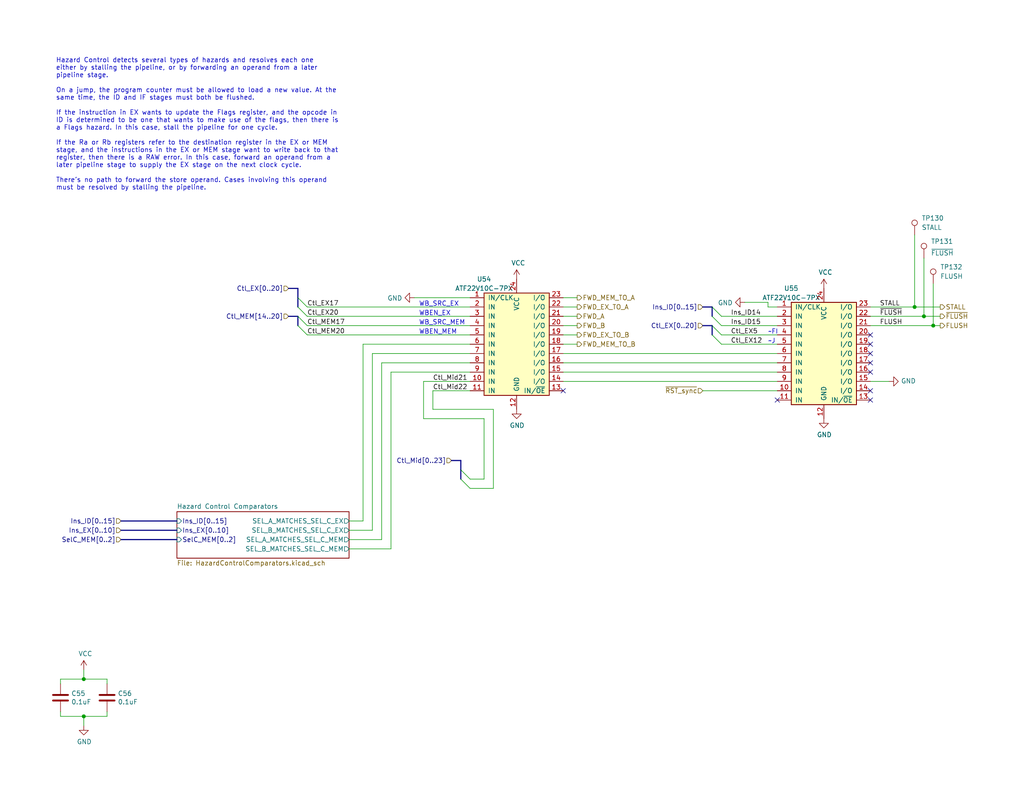
<source format=kicad_sch>
(kicad_sch (version 20250114) (generator "eeschema") (generator_version "9.0")
  (paper "USLetter")
  (title_block (title "Hazard Control") (date "2025-07-01") (rev "A") (comment 2 "control operand forwarding.") (comment 3 "This may stall the pipeline on a hazard. For RAW hazards, it produces signals to") (comment 4 "Control logic for dealing with pipeline hazards"))
  (lib_symbols
    (symbol "Connector:TestPoint" (pin_numbers (hide yes)) (pin_names (offset 0.762) (hide yes))
      (property "Reference" "TP" (at 0 6.858 0))
      (property "Value" "TestPoint" (at 0 5.08 0))
      (symbol "TestPoint_0_1"
        (circle (center 0 3.302) (radius 0.762))
      )
      (symbol "TestPoint_1_1"
        (pin passive line (at 0 0 90) (length 2.54) (name "1") (number "1"))
      )
    )
    (symbol "Device:C" (pin_numbers (hide yes)) (pin_names (offset 0.254))
      (property "Reference" "C" (at 0.635 2.54 0))
      (property "Value" "C" (at 0.635 -2.54 0))
      (symbol "C_0_1"
        (polyline (pts (xy -2.032 0.762) (xy 2.032 0.762)) (stroke (width 0.508)))
        (polyline (pts (xy -2.032 -0.762) (xy 2.032 -0.762)) (stroke (width 0.508)))
      )
      (symbol "C_1_1"
        (pin passive line (at 0 3.81 270) (length 2.794) (name "~") (number "1"))
        (pin passive line (at 0 -3.81 90) (length 2.794) (name "~") (number "2"))
      )
    )
    (symbol "Turtle16:ATF22V10C" (pin_names (offset 1.016))
      (symbol "ATF22V10C_1_1"
        (rectangle (start -8.89 -15.24) (end 8.89 12.7) (stroke (width 0.254)) (fill (type background)))
        (pin input line (at -12.7 11.43 0) (length 3.81) (name "IN/CLK") (number "1"))
        (pin input line (at -12.7 8.89 0) (length 3.81) (name "IN") (number "2"))
        (pin input line (at -12.7 6.35 0) (length 3.81) (name "IN") (number "3"))
        (pin input line (at -12.7 3.81 0) (length 3.81) (name "IN") (number "4"))
        (pin input line (at -12.7 1.27 0) (length 3.81) (name "IN") (number "5"))
        (pin input line (at -12.7 -1.27 0) (length 3.81) (name "IN") (number "6"))
        (pin input line (at -12.7 -3.81 0) (length 3.81) (name "IN") (number "7"))
        (pin input line (at -12.7 -6.35 0) (length 3.81) (name "IN") (number "8"))
        (pin input line (at -12.7 -8.89 0) (length 3.81) (name "IN") (number "9"))
        (pin input line (at -12.7 -11.43 0) (length 3.81) (name "IN") (number "10"))
        (pin input line (at -12.7 -13.97 0) (length 3.81) (name "IN") (number "11"))
        (pin power_in line (at 0 16.51 270) (length 3.81) (name "VCC") (number "24"))
        (pin power_in line (at 0 -19.05 90) (length 3.81) (name "GND") (number "12"))
        (pin passive line (at 12.7 11.43 180) (length 3.81) (name "I/O") (number "23"))
        (pin passive line (at 12.7 8.89 180) (length 3.81) (name "I/O") (number "22"))
        (pin passive line (at 12.7 6.35 180) (length 3.81) (name "I/O") (number "21"))
        (pin passive line (at 12.7 3.81 180) (length 3.81) (name "I/O") (number "20"))
        (pin passive line (at 12.7 1.27 180) (length 3.81) (name "I/O") (number "19"))
        (pin passive line (at 12.7 -1.27 180) (length 3.81) (name "I/O") (number "18"))
        (pin passive line (at 12.7 -3.81 180) (length 3.81) (name "I/O") (number "17"))
        (pin passive line (at 12.7 -6.35 180) (length 3.81) (name "I/O") (number "16"))
        (pin passive line (at 12.7 -8.89 180) (length 3.81) (name "I/O") (number "15"))
        (pin passive line (at 12.7 -11.43 180) (length 3.81) (name "I/O") (number "14"))
        (pin input line (at 12.7 -13.97 180) (length 3.81) (name "IN/~{OE}") (number "13"))
      )
    )
    (symbol "power:GND" (power) (pin_names (offset 0))
      (property "Value" "GND" (at 0 -3.81 0))
      (symbol "GND_0_1"
        (polyline (pts (xy 0 0) (xy 0 -1.27) (xy 1.27 -1.27) (xy 0 -2.54) (xy -1.27 -1.27) (xy 0 -1.27)))
      )
      (symbol "GND_1_1"
        (pin power_in line (at 0 0 270) (length 0) (hide yes) (name "GND") (number "1"))
      )
    )
    (symbol "power:VCC" (power) (pin_names (offset 0))
      (property "Value" "VCC" (at 0 3.81 0))
      (symbol "VCC_0_1"
        (polyline (pts (xy -0.762 1.27) (xy 0 2.54)))
        (polyline (pts (xy 0 2.54) (xy 0.762 1.27)))
        (polyline (pts (xy 0 0) (xy 0 2.54)))
      )
      (symbol "VCC_1_1"
        (pin power_in line (at 0 0 90) (length 0) (hide yes) (name "VCC") (number "1"))
      )
    )
  )
  (text "Hazard Control detects several types of hazards and resolves each one\neither by stalling the pipeline, or by forwarding an operand from a later\npipeline stage.\n\nOn a jump, the program counter must be allowed to load a new value. At the\nsame time, the ID and IF stages must both be flushed.\n\nIf the instruction in EX wants to update the Flags register, and the opcode in\nID is determined to be one that wants to make use of the flags, then there is\na Flags hazard. In this case, stall the pipeline for one cycle.\n\nIf the Ra or Rb registers refer to the destination register in the EX or MEM\nstage, and the instructions in the EX or MEM stage want to write back to that\nregister, then there is a RAW error. In this case, forward an operand from a\nlater pipeline stage to supply the EX stage on the next clock cycle.\n\nThere’s no path to forward the store operand. Cases involving this operand\nmust be resolved by stalling the pipeline." (at 15.24 52.07 0) (effects (font (size 1.27 1.27)) (justify left bottom)))
  (text "WBEN_EX" (at 114.3 86.36 0) (effects (font (size 1.27 1.27)) (justify left bottom)))
  (text "WBEN_MEM" (at 114.3 91.44 0) (effects (font (size 1.27 1.27)) (justify left bottom)))
  (text "WB_SRC_EX" (at 114.3 83.82 0) (effects (font (size 1.27 1.27)) (justify left bottom)))
  (text "~J" (at 209.55 93.98 0) (effects (font (size 1.27 1.27)) (justify left bottom)))
  (text "~FI" (at 209.55 91.44 0) (effects (font (size 1.27 1.27)) (justify left bottom)))
  (text "WB_SRC_MEM" (at 114.3 88.9 0) (effects (font (size 1.27 1.27)) (justify left bottom)))
  (junction (at 22.86 185.42))
  (junction (at 249.555 83.82))
  (junction (at 252.095 86.36))
  (junction (at 254.635 88.9))
  (junction (at 22.86 195.58))
  (no_connect (at 212.09 109.22))
  (no_connect (at 237.49 109.22))
  (no_connect (at 237.49 93.98))
  (no_connect (at 237.49 91.44))
  (no_connect (at 237.49 106.68))
  (no_connect (at 237.49 99.06))
  (no_connect (at 237.49 101.6))
  (no_connect (at 153.67 106.68))
  (no_connect (at 237.49 96.52))
  (bus_entry (at 128.27 130.81) (size -2.54 -2.54))
  (bus_entry (at 196.85 86.36) (size -2.54 -2.54))
  (bus_entry (at 83.82 83.82) (size -2.54 -2.54))
  (bus_entry (at 194.31 88.9) (size 2.54 2.54))
  (bus_entry (at 81.28 83.82) (size 2.54 2.54))
  (bus_entry (at 194.31 91.44) (size 2.54 2.54))
  (bus_entry (at 83.82 91.44) (size -2.54 -2.54))
  (bus_entry (at 83.82 88.9) (size -2.54 -2.54))
  (bus_entry (at 128.27 133.35) (size -2.54 -2.54))
  (bus_entry (at 196.85 88.9) (size -2.54 -2.54))
  (wire (pts (xy 157.48 88.9) (xy 153.67 88.9)))
  (wire (pts (xy 212.09 99.06) (xy 153.67 99.06)))
  (wire (pts (xy 134.62 133.35) (xy 128.27 133.35)))
  (wire (pts (xy 16.51 185.42) (xy 22.86 185.42)))
  (wire (pts (xy 254.635 88.9) (xy 256.54 88.9)))
  (wire (pts (xy 118.11 111.76) (xy 134.62 111.76)))
  (wire (pts (xy 118.11 106.68) (xy 128.27 106.68)))
  (wire (pts (xy 115.57 114.3) (xy 115.57 104.14)))
  (wire (pts (xy 237.49 104.14) (xy 242.57 104.14)))
  (bus (pts (xy 78.74 86.36) (xy 81.28 86.36)))
  (wire (pts (xy 128.27 99.06) (xy 104.14 99.06)))
  (wire (pts (xy 83.82 91.44) (xy 128.27 91.44)))
  (wire (pts (xy 153.67 96.52) (xy 212.09 96.52)))
  (wire (pts (xy 191.77 106.68) (xy 212.09 106.68)))
  (wire (pts (xy 128.27 101.6) (xy 106.68 101.6)))
  (bus (pts (xy 191.77 88.9) (xy 194.31 88.9)))
  (bus (pts (xy 81.28 81.28) (xy 81.28 83.82)))
  (wire (pts (xy 196.85 93.98) (xy 212.09 93.98)))
  (bus (pts (xy 81.28 86.36) (xy 81.28 88.9)))
  (wire (pts (xy 134.62 111.76) (xy 134.62 133.35)))
  (wire (pts (xy 132.08 114.3) (xy 115.57 114.3)))
  (wire (pts (xy 29.21 185.42) (xy 29.21 186.69)))
  (wire (pts (xy 99.06 142.24) (xy 95.25 142.24)))
  (wire (pts (xy 99.06 93.98) (xy 99.06 142.24)))
  (wire (pts (xy 252.095 86.36) (xy 256.54 86.36)))
  (wire (pts (xy 106.68 101.6) (xy 106.68 149.86)))
  (wire (pts (xy 254.635 77.47) (xy 254.635 88.9)))
  (bus (pts (xy 81.28 78.74) (xy 81.28 81.28)))
  (wire (pts (xy 157.48 83.82) (xy 153.67 83.82)))
  (wire (pts (xy 115.57 104.14) (xy 128.27 104.14)))
  (wire (pts (xy 22.86 198.12) (xy 22.86 195.58)))
  (wire (pts (xy 104.14 147.32) (xy 95.25 147.32)))
  (wire (pts (xy 128.27 81.28) (xy 113.03 81.28)))
  (wire (pts (xy 153.67 101.6) (xy 212.09 101.6)))
  (wire (pts (xy 22.86 195.58) (xy 29.21 195.58)))
  (wire (pts (xy 16.51 186.69) (xy 16.51 185.42)))
  (wire (pts (xy 249.555 64.135) (xy 249.555 83.82)))
  (wire (pts (xy 132.08 130.81) (xy 132.08 114.3)))
  (wire (pts (xy 29.21 195.58) (xy 29.21 194.31)))
  (bus (pts (xy 123.19 125.73) (xy 125.73 125.73)))
  (wire (pts (xy 237.49 83.82) (xy 249.555 83.82)))
  (bus (pts (xy 191.77 83.82) (xy 194.31 83.82)))
  (wire (pts (xy 209.55 82.55) (xy 209.55 83.82)))
  (wire (pts (xy 83.82 86.36) (xy 128.27 86.36)))
  (bus (pts (xy 78.74 78.74) (xy 81.28 78.74)))
  (bus (pts (xy 194.31 88.9) (xy 194.31 91.44)))
  (wire (pts (xy 128.27 96.52) (xy 101.6 96.52)))
  (wire (pts (xy 153.67 91.44) (xy 157.48 91.44)))
  (bus (pts (xy 125.73 125.73) (xy 125.73 128.27)))
  (bus (pts (xy 33.02 147.32) (xy 48.26 147.32)))
  (wire (pts (xy 22.86 185.42) (xy 29.21 185.42)))
  (wire (pts (xy 83.82 88.9) (xy 128.27 88.9)))
  (wire (pts (xy 118.11 106.68) (xy 118.11 111.76)))
  (wire (pts (xy 203.2 82.55) (xy 209.55 82.55)))
  (wire (pts (xy 237.49 86.36) (xy 252.095 86.36)))
  (wire (pts (xy 128.27 93.98) (xy 99.06 93.98)))
  (wire (pts (xy 128.27 130.81) (xy 132.08 130.81)))
  (wire (pts (xy 83.82 83.82) (xy 128.27 83.82)))
  (bus (pts (xy 48.26 142.24) (xy 33.02 142.24)))
  (bus (pts (xy 48.26 144.78) (xy 33.02 144.78)))
  (wire (pts (xy 209.55 83.82) (xy 212.09 83.82)))
  (wire (pts (xy 249.555 83.82) (xy 256.54 83.82)))
  (wire (pts (xy 153.67 86.36) (xy 157.48 86.36)))
  (wire (pts (xy 237.49 88.9) (xy 254.635 88.9)))
  (wire (pts (xy 196.85 88.9) (xy 212.09 88.9)))
  (bus (pts (xy 125.73 128.27) (xy 125.73 130.81)))
  (wire (pts (xy 106.68 149.86) (xy 95.25 149.86)))
  (wire (pts (xy 22.86 182.88) (xy 22.86 185.42)))
  (wire (pts (xy 101.6 96.52) (xy 101.6 144.78)))
  (wire (pts (xy 101.6 144.78) (xy 95.25 144.78)))
  (wire (pts (xy 104.14 99.06) (xy 104.14 147.32)))
  (wire (pts (xy 212.09 91.44) (xy 196.85 91.44)))
  (wire (pts (xy 212.09 104.14) (xy 153.67 104.14)))
  (wire (pts (xy 196.85 86.36) (xy 212.09 86.36)))
  (wire (pts (xy 16.51 195.58) (xy 22.86 195.58)))
  (wire (pts (xy 157.48 93.98) (xy 153.67 93.98)))
  (bus (pts (xy 194.31 83.82) (xy 194.31 86.36)))
  (wire (pts (xy 153.67 81.28) (xy 157.48 81.28)))
  (wire (pts (xy 252.095 70.485) (xy 252.095 86.36)))
  (wire (pts (xy 16.51 194.31) (xy 16.51 195.58)))
  (label "Ins_ID14" (at 199.39 86.36 0))
  (label "Ctl_MEM20" (at 83.82 91.44 0))
  (label "Ins_ID15" (at 199.39 88.9 0))
  (label "Ctl_Mid21" (at 118.11 104.14 0))
  (label "FLUSH" (at 240.03 88.9 0))
  (label "Ctl_EX12" (at 199.39 93.98 0))
  (label "~{FLUSH}" (at 240.03 86.36 0))
  (label "Ctl_EX5" (at 199.39 91.44 0))
  (label "Ctl_MEM17" (at 83.82 88.9 0))
  (label "STALL" (at 240.03 83.82 0))
  (label "Ctl_EX17" (at 83.82 83.82 0))
  (label "Ctl_Mid22" (at 118.11 106.68 0))
  (label "Ctl_EX20" (at 83.82 86.36 0))
  (hierarchical_label "~{RST_sync}" (shape input) (at 191.77 106.68 180))
  (hierarchical_label "FWD_EX_TO_A" (shape output) (at 157.48 83.82 0))
  (hierarchical_label "FWD_MEM_TO_A" (shape output) (at 157.48 81.28 0))
  (hierarchical_label "FWD_B" (shape output) (at 157.48 88.9 0))
  (hierarchical_label "Ins_ID[0..15]" (shape input) (at 191.77 83.82 180))
  (hierarchical_label "SelC_MEM[0..2]" (shape input) (at 33.02 147.32 180))
  (hierarchical_label "Ctl_EX[0..20]" (shape input) (at 191.77 88.9 180))
  (hierarchical_label "FWD_MEM_TO_B" (shape output) (at 157.48 93.98 0))
  (hierarchical_label "Ctl_Mid[0..23]" (shape input) (at 123.19 125.73 180))
  (hierarchical_label "STALL" (shape output) (at 256.54 83.82 0))
  (hierarchical_label "Ctl_EX[0..20]" (shape input) (at 78.74 78.74 180))
  (hierarchical_label "FLUSH" (shape output) (at 256.54 88.9 0))
  (hierarchical_label "~{FLUSH}" (shape output) (at 256.54 86.36 0))
  (hierarchical_label "Ctl_MEM[14..20]" (shape input) (at 78.74 86.36 180))
  (hierarchical_label "FWD_EX_TO_B" (shape output) (at 157.48 91.44 0))
  (hierarchical_label "Ins_EX[0..10]" (shape input) (at 33.02 144.78 180))
  (hierarchical_label "FWD_A" (shape output) (at 157.48 86.36 0))
  (hierarchical_label "Ins_ID[0..15]" (shape input) (at 33.02 142.24 180))
  (symbol (lib_id "power:VCC") (at 140.97 76.2 0) (unit 1)
    (property "Reference" "#PWR0215" (effects (hide yes)))
    (property "Value" "VCC" (at 141.4018 71.8058 0))
  )
  (symbol (lib_id "power:GND") (at 140.97 111.76 0) (unit 1)
    (property "Reference" "#PWR0216" (effects (hide yes)))
    (property "Value" "GND" (at 141.097 116.1542 0))
  )
  (symbol (lib_id "Turtle16:ATF22V10C") (at 140.97 92.71 0) (unit 1)
    (property "Reference" "U54" (at 132.08 76.2 0))
    (property "Value" "ATF22V10C-7PX" (at 132.08 78.74 0))
    (property "Footprint" "Package_DIP:DIP-24_W7.62mm_Socket" (effects (hide yes)))
    (property "Datasheet" "https://www.mouser.com/datasheet/2/268/doc0735-1369018.pdf" (effects (hide yes)))
    (property "Manufacturer" "Microchip Technology" (effects (hide yes)))
    (property "Manufacturer#" "ATF22V10C-7PX" (effects (hide yes)))
    (property "Mouser#" "556-AF22V10C7PX" (effects (hide yes)))
    (property "Digikey#" "ATF22V10C-7PX-ND" (effects (hide yes)))
  )
  (symbol (lib_id "Device:C") (at 16.51 190.5 0) (unit 1)
    (property "Reference" "C55" (at 19.431 189.3316 0) (effects (justify left)))
    (property "Value" "0.1uF" (at 19.431 191.643 0) (effects (justify left)))
    (property "Footprint" "Capacitor_SMD:C_0603_1608Metric" (effects (hide yes)))
    (property "Datasheet" "https://www.mouser.com/datasheet/2/396/taiyo_yuden_12132018_mlcc11_hq_e-1510082.pdf" (effects (hide yes)))
    (property "Manufacturer" "Taiyo Yuden" (effects (hide yes)))
    (property "Manufacturer#" "EMK107B7104KAHT" (effects (hide yes)))
    (property "Mouser#" "963-EMK107B7104KAHT" (effects (hide yes)))
    (property "Digikey#" "587-6004-1-ND" (effects (hide yes)))
  )
  (symbol (lib_id "power:VCC") (at 22.86 182.88 0) (unit 1)
    (property "Reference" "#PWR0212" (effects (hide yes)))
    (property "Value" "VCC" (at 23.2918 178.4858 0))
  )
  (symbol (lib_id "power:GND") (at 22.86 198.12 0) (unit 1)
    (property "Reference" "#PWR0213" (effects (hide yes)))
    (property "Value" "GND" (at 22.987 202.5142 0))
  )
  (symbol (lib_id "Device:C") (at 29.21 190.5 0) (unit 1)
    (property "Reference" "C56" (at 32.131 189.3316 0) (effects (justify left)))
    (property "Value" "0.1uF" (at 32.131 191.643 0) (effects (justify left)))
    (property "Footprint" "Capacitor_SMD:C_0603_1608Metric" (effects (hide yes)))
    (property "Datasheet" "https://www.mouser.com/datasheet/2/396/taiyo_yuden_12132018_mlcc11_hq_e-1510082.pdf" (effects (hide yes)))
    (property "Manufacturer" "Taiyo Yuden" (effects (hide yes)))
    (property "Manufacturer#" "EMK107B7104KAHT" (effects (hide yes)))
    (property "Mouser#" "963-EMK107B7104KAHT" (effects (hide yes)))
    (property "Digikey#" "587-6004-1-ND" (effects (hide yes)))
  )
  (symbol (lib_id "power:GND") (at 242.57 104.14 90) (unit 1)
    (property "Reference" "#PWR0220" (effects (hide yes)))
    (property "Value" "GND" (at 245.8212 104.013 90) (effects (justify right)))
  )
  (symbol (lib_id "power:GND") (at 203.2 82.55 270) (unit 1)
    (property "Reference" "#PWR0217" (effects (hide yes)))
    (property "Value" "GND" (at 199.9488 82.677 90) (effects (justify right)))
  )
  (symbol (lib_id "power:GND") (at 113.03 81.28 270) (unit 1)
    (property "Reference" "#PWR0214" (effects (hide yes)))
    (property "Value" "GND" (at 109.7788 81.407 90) (effects (justify right)))
  )
  (symbol (lib_id "Turtle16:ATF22V10C") (at 224.79 95.25 0) (unit 1)
    (property "Reference" "U55" (at 215.9 78.74 0))
    (property "Value" "ATF22V10C-7PX" (at 215.9 81.28 0))
    (property "Footprint" "Package_DIP:DIP-24_W7.62mm_Socket" (effects (hide yes)))
    (property "Datasheet" "https://www.mouser.com/datasheet/2/268/doc0735-1369018.pdf" (effects (hide yes)))
    (property "Manufacturer" "Microchip Technology" (effects (hide yes)))
    (property "Manufacturer#" "ATF22V10C-7PX" (effects (hide yes)))
    (property "Mouser#" "556-AF22V10C7PX" (effects (hide yes)))
    (property "Digikey#" "ATF22V10C-7PX-ND" (effects (hide yes)))
  )
  (symbol (lib_id "power:VCC") (at 224.79 78.74 0) (unit 1)
    (property "Reference" "#PWR0218" (effects (hide yes)))
    (property "Value" "VCC" (at 225.2218 74.3458 0))
  )
  (symbol (lib_id "power:GND") (at 224.79 114.3 0) (unit 1)
    (property "Reference" "#PWR0219" (effects (hide yes)))
    (property "Value" "GND" (at 224.917 118.6942 0))
  )
  (symbol (lib_id "Connector:TestPoint") (at 254.635 77.47 0) (unit 1) (in_bom no)
    (property "Reference" "TP132" (at 256.54 72.898 0) (effects (justify left)))
    (property "Value" "FLUSH" (at 256.54 75.438 0) (effects (justify left)))
    (property "Footprint" "TestPoint:TestPoint_Pad_D1.0mm" (effects (hide yes)))
  )
  (symbol (lib_id "Connector:TestPoint") (at 252.095 70.485 0) (unit 1) (in_bom no)
    (property "Reference" "TP131" (at 254 65.9129 0) (effects (justify left)))
    (property "Value" "~{FLUSH}" (at 254 69.0879 0) (effects (justify left)))
    (property "Footprint" "TestPoint:TestPoint_Pad_D1.0mm" (effects (hide yes)))
  )
  (symbol (lib_id "Connector:TestPoint") (at 249.555 64.135 0) (unit 1) (in_bom no)
    (property "Reference" "TP130" (at 251.46 59.5629 0) (effects (justify left)))
    (property "Value" "STALL" (at 251.46 62.1029 0) (effects (justify left)))
    (property "Footprint" "TestPoint:TestPoint_Pad_D1.0mm" (effects (hide yes)))
  )
  (sheet (at 48.26 139.7) (size 46.99 12.7)
    (property "Sheetname" "Hazard Control Comparators" (at 48.26 138.9884 0) (effects (justify left bottom)))
    (property "Sheetfile" "HazardControlComparators.kicad_sch" (at 48.26 152.9846 0) (effects (justify left top)))
    (pin "Ins_ID[0..15]" input (at 48.26 142.24 180))
    (pin "Ins_EX[0..10]" input (at 48.26 144.78 180))
    (pin "SelC_MEM[0..2]" input (at 48.26 147.32 180))
    (pin "SEL_A_MATCHES_SEL_C_EX" output (at 95.25 142.24 0))
    (pin "SEL_B_MATCHES_SEL_C_EX" output (at 95.25 144.78 0))
    (pin "SEL_A_MATCHES_SEL_C_MEM" output (at 95.25 147.32 0))
    (pin "SEL_B_MATCHES_SEL_C_MEM" output (at 95.25 149.86 0))
  )
)
</source>
